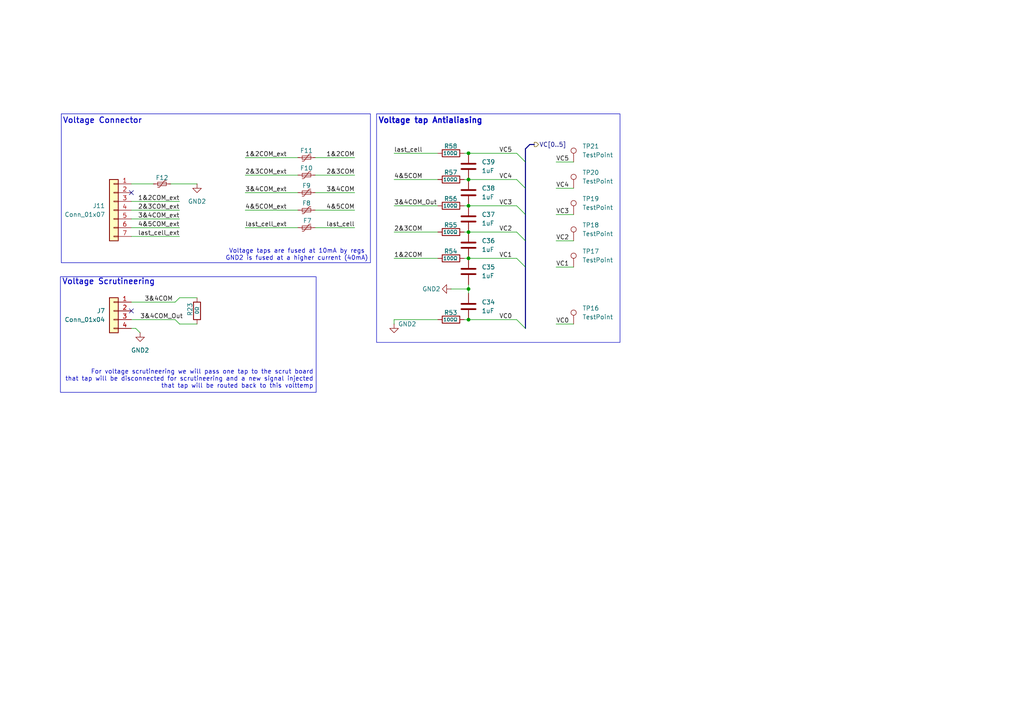
<source format=kicad_sch>
(kicad_sch (version 20250114) (generator "eeschema") (generator_version "9.0")
  (paper "A4")
  (lib_symbols
    (symbol "Connector:TestPoint" (pin_numbers (hide yes)) (pin_names (offset 0.762) (hide yes))
      (property "Reference" "TP" (at 0 6.858 0))
      (property "Value" "TestPoint" (at 0 5.08 0))
      (symbol "TestPoint_0_1"
        (circle (center 0 3.302) (radius 0.762))
      )
      (symbol "TestPoint_1_1"
        (pin passive line (at 0 0 90) (length 2.54) (name "1") (number "1"))
      )
    )
    (symbol "Connector_Generic:Conn_01x04" (pin_names (offset 1.016) (hide yes))
      (property "Reference" "J" (at 0 5.08 0))
      (property "Value" "Conn_01x04" (at 0 -7.62 0))
      (symbol "Conn_01x04_1_1"
        (rectangle (start -1.27 3.81) (end 1.27 -6.35) (stroke (width 0.254)) (fill (type background)))
        (rectangle (start -1.27 2.667) (end 0 2.413) (stroke (width 0.1524)))
        (rectangle (start -1.27 0.127) (end 0 -0.127) (stroke (width 0.1524)))
        (rectangle (start -1.27 -2.413) (end 0 -2.667) (stroke (width 0.1524)))
        (rectangle (start -1.27 -4.953) (end 0 -5.207) (stroke (width 0.1524)))
        (pin passive line (at -5.08 2.54 0) (length 3.81) (name "Pin_1") (number "1"))
        (pin passive line (at -5.08 0 0) (length 3.81) (name "Pin_2") (number "2"))
        (pin passive line (at -5.08 -2.54 0) (length 3.81) (name "Pin_3") (number "3"))
        (pin passive line (at -5.08 -5.08 0) (length 3.81) (name "Pin_4") (number "4"))
      )
    )
    (symbol "Connector_Generic:Conn_01x07" (pin_names (offset 1.016) (hide yes))
      (property "Reference" "J" (at 0 10.16 0))
      (property "Value" "Conn_01x07" (at 0 -10.16 0))
      (symbol "Conn_01x07_1_1"
        (rectangle (start -1.27 8.89) (end 1.27 -8.89) (stroke (width 0.254)) (fill (type background)))
        (rectangle (start -1.27 7.747) (end 0 7.493) (stroke (width 0.1524)))
        (rectangle (start -1.27 5.207) (end 0 4.953) (stroke (width 0.1524)))
        (rectangle (start -1.27 2.667) (end 0 2.413) (stroke (width 0.1524)))
        (rectangle (start -1.27 0.127) (end 0 -0.127) (stroke (width 0.1524)))
        (rectangle (start -1.27 -2.413) (end 0 -2.667) (stroke (width 0.1524)))
        (rectangle (start -1.27 -4.953) (end 0 -5.207) (stroke (width 0.1524)))
        (rectangle (start -1.27 -7.493) (end 0 -7.747) (stroke (width 0.1524)))
        (pin passive line (at -5.08 7.62 0) (length 3.81) (name "Pin_1") (number "1"))
        (pin passive line (at -5.08 5.08 0) (length 3.81) (name "Pin_2") (number "2"))
        (pin passive line (at -5.08 2.54 0) (length 3.81) (name "Pin_3") (number "3"))
        (pin passive line (at -5.08 0 0) (length 3.81) (name "Pin_4") (number "4"))
        (pin passive line (at -5.08 -2.54 0) (length 3.81) (name "Pin_5") (number "5"))
        (pin passive line (at -5.08 -5.08 0) (length 3.81) (name "Pin_6") (number "6"))
        (pin passive line (at -5.08 -7.62 0) (length 3.81) (name "Pin_7") (number "7"))
      )
    )
    (symbol "Device:C" (pin_numbers (hide yes)) (pin_names (offset 0.254))
      (property "Reference" "C" (at 0.635 2.54 0))
      (property "Value" "C" (at 0.635 -2.54 0))
      (symbol "C_0_1"
        (polyline (pts (xy -2.032 0.762) (xy 2.032 0.762)) (stroke (width 0.508)))
        (polyline (pts (xy -2.032 -0.762) (xy 2.032 -0.762)) (stroke (width 0.508)))
      )
      (symbol "C_1_1"
        (pin passive line (at 0 3.81 270) (length 2.794) (name "~") (number "1"))
        (pin passive line (at 0 -3.81 90) (length 2.794) (name "~") (number "2"))
      )
    )
    (symbol "Device:Polyfuse_Small" (pin_numbers (hide yes)) (pin_names (offset 0))
      (property "Reference" "F" (at -1.905 0 90))
      (property "Value" "Polyfuse_Small" (at 1.905 0 90))
      (symbol "Polyfuse_Small_0_1"
        (polyline (pts (xy -1.016 1.27) (xy -1.016 0.762) (xy 1.016 -0.762) (xy 1.016 -1.27)))
        (rectangle (start -0.508 1.27) (end 0.508 -1.27))
        (polyline (pts (xy 0 2.54) (xy 0 -2.54)))
      )
      (symbol "Polyfuse_Small_1_1"
        (pin passive line (at 0 2.54 270) (length 0.635) (name "~") (number "1"))
        (pin passive line (at 0 -2.54 90) (length 0.635) (name "~") (number "2"))
      )
    )
    (symbol "Device:R" (pin_numbers (hide yes)) (pin_names (offset 0))
      (property "Reference" "R" (at 2.032 0 90))
      (property "Value" "R" (at 0 0 90))
      (symbol "R_0_1"
        (rectangle (start -1.016 -2.54) (end 1.016 2.54) (stroke (width 0.254)))
      )
      (symbol "R_1_1"
        (pin passive line (at 0 3.81 270) (length 1.27) (name "~") (number "1"))
        (pin passive line (at 0 -3.81 90) (length 1.27) (name "~") (number "2"))
      )
    )
    (symbol "power:GND2" (power) (pin_numbers (hide yes)) (pin_names (offset 0) (hide yes))
      (property "Value" "GND2" (at 0 -3.81 0))
      (symbol "GND2_0_1"
        (polyline (pts (xy 0 0) (xy 0 -1.27) (xy 1.27 -1.27) (xy 0 -2.54) (xy -1.27 -1.27) (xy 0 -1.27)))
      )
      (symbol "GND2_1_1"
        (pin power_in line (at 0 0 270) (length 0) (name "~") (number "1"))
      )
    )
  )
  (rectangle (start 17.526 80.264) (end 91.694 113.792))
  (rectangle (start 17.78 33.02) (end 107.442 76.2))
  (rectangle (start 109.22 33.02) (end 179.832 99.314))
  (text "Voltage Connector" (at 29.718 35.052 0) (effects (font (size 1.651 1.651) (thickness 0.254) (bold yes))))
  (text "Voltage tap Antialiasing " (at 125.476 35.052 0) (effects (font (size 1.651 1.651) (thickness 0.3302) (bold yes))))
  (text "For voltage scrutineering we will pass one tap to the scrut board\nthat tap will be disconnected for scrutineering and a new signal injected\nthat tap will be routed back to this volttemp" (at 90.932 109.982 0) (effects (font (size 1.27 1.27)) (justify right)))
  (text "Voltage taps are fused at 10mA by regs\nGND2 is fused at a higher current (40mA)" (at 86.106 73.914 0) (effects (font (size 1.27 1.27))))
  (text "Voltage Scrutineering" (at 31.496 81.788 0) (effects (font (size 1.651 1.651) (thickness 0.254) (bold yes))))
  (junction (at 135.89 67.31))
  (junction (at 135.89 83.82))
  (junction (at 135.89 44.45))
  (junction (at 135.89 74.93))
  (junction (at 135.89 59.69))
  (junction (at 135.89 92.71))
  (junction (at 135.89 52.07))
  (no_connect (at 38.1 55.88))
  (no_connect (at 38.1 90.17))
  (bus_entry (at 149.86 92.71) (size 2.54 2.54))
  (bus_entry (at 149.86 67.31) (size 2.54 2.54))
  (bus_entry (at 149.86 44.45) (size 2.54 2.54))
  (bus_entry (at 149.86 74.93) (size 2.54 2.54))
  (bus_entry (at 149.86 59.69) (size 2.54 2.54))
  (bus_entry (at 149.86 52.07) (size 2.54 2.54))
  (wire (pts (xy 135.89 52.07) (xy 149.86 52.07)))
  (wire (pts (xy 38.1 53.34) (xy 44.45 53.34)))
  (bus (pts (xy 152.4 46.99) (xy 152.4 54.61)))
  (wire (pts (xy 38.1 92.71) (xy 50.8 92.71)))
  (wire (pts (xy 91.44 55.88) (xy 102.87 55.88)))
  (wire (pts (xy 135.89 92.71) (xy 149.86 92.71)))
  (wire (pts (xy 57.15 86.36) (xy 52.07 86.36)))
  (wire (pts (xy 135.89 44.45) (xy 149.86 44.45)))
  (wire (pts (xy 161.29 77.47) (xy 166.37 77.47)))
  (bus (pts (xy 152.4 77.47) (xy 152.4 69.85)))
  (wire (pts (xy 91.44 60.96) (xy 102.87 60.96)))
  (wire (pts (xy 52.07 86.36) (xy 50.8 87.63)))
  (wire (pts (xy 161.29 69.85) (xy 166.37 69.85)))
  (wire (pts (xy 135.89 59.69) (xy 149.86 59.69)))
  (wire (pts (xy 91.44 50.8) (xy 102.87 50.8)))
  (wire (pts (xy 114.3 52.07) (xy 127 52.07)))
  (wire (pts (xy 135.89 82.55) (xy 135.89 83.82)))
  (bus (pts (xy 152.4 95.25) (xy 152.4 77.47)))
  (wire (pts (xy 38.1 63.5) (xy 52.07 63.5)))
  (wire (pts (xy 38.1 60.96) (xy 52.07 60.96)))
  (wire (pts (xy 71.12 45.72) (xy 86.36 45.72)))
  (wire (pts (xy 71.12 50.8) (xy 86.36 50.8)))
  (wire (pts (xy 57.15 53.34) (xy 49.53 53.34)))
  (wire (pts (xy 38.1 87.63) (xy 50.8 87.63)))
  (bus (pts (xy 153.67 41.91) (xy 152.4 43.18)))
  (wire (pts (xy 135.89 74.93) (xy 149.86 74.93)))
  (wire (pts (xy 91.44 45.72) (xy 102.87 45.72)))
  (wire (pts (xy 52.07 93.98) (xy 50.8 92.71)))
  (bus (pts (xy 154.94 41.91) (xy 153.67 41.91)))
  (wire (pts (xy 38.1 95.25) (xy 39.37 95.25)))
  (wire (pts (xy 114.3 44.45) (xy 127 44.45)))
  (wire (pts (xy 134.62 74.93) (xy 135.89 74.93)))
  (wire (pts (xy 57.15 93.98) (xy 52.07 93.98)))
  (wire (pts (xy 114.3 92.71) (xy 127 92.71)))
  (wire (pts (xy 71.12 60.96) (xy 86.36 60.96)))
  (wire (pts (xy 71.12 66.04) (xy 86.36 66.04)))
  (wire (pts (xy 38.1 58.42) (xy 52.07 58.42)))
  (wire (pts (xy 161.29 54.61) (xy 166.37 54.61)))
  (wire (pts (xy 38.1 68.58) (xy 52.07 68.58)))
  (wire (pts (xy 134.62 44.45) (xy 135.89 44.45)))
  (wire (pts (xy 91.44 66.04) (xy 102.87 66.04)))
  (wire (pts (xy 161.29 46.99) (xy 166.37 46.99)))
  (wire (pts (xy 130.81 83.82) (xy 135.89 83.82)))
  (wire (pts (xy 161.29 62.23) (xy 166.37 62.23)))
  (wire (pts (xy 134.62 67.31) (xy 135.89 67.31)))
  (bus (pts (xy 152.4 43.18) (xy 152.4 46.99)))
  (wire (pts (xy 114.3 92.71) (xy 114.3 93.98)))
  (wire (pts (xy 38.1 66.04) (xy 52.07 66.04)))
  (wire (pts (xy 114.3 59.69) (xy 127 59.69)))
  (wire (pts (xy 135.89 83.82) (xy 135.89 85.09)))
  (wire (pts (xy 40.64 96.52) (xy 39.37 95.25)))
  (bus (pts (xy 152.4 62.23) (xy 152.4 54.61)))
  (wire (pts (xy 114.3 67.31) (xy 127 67.31)))
  (wire (pts (xy 134.62 92.71) (xy 135.89 92.71)))
  (wire (pts (xy 134.62 52.07) (xy 135.89 52.07)))
  (wire (pts (xy 134.62 59.69) (xy 135.89 59.69)))
  (bus (pts (xy 152.4 69.85) (xy 152.4 62.23)))
  (wire (pts (xy 161.29 93.98) (xy 166.37 93.98)))
  (wire (pts (xy 114.3 74.93) (xy 127 74.93)))
  (wire (pts (xy 71.12 55.88) (xy 86.36 55.88)))
  (wire (pts (xy 135.89 67.31) (xy 149.86 67.31)))
  (label "4&5COM_ext" (at 52.07 66.04 180))
  (label "1&2COM" (at 114.3 74.93 0))
  (label "last_cell_ext" (at 71.12 66.04 0))
  (label "3&4COM_ext" (at 52.07 63.5 180))
  (label "last_cell" (at 102.87 66.04 180))
  (label "VC5" (at 161.29 46.99 0))
  (label "VC4" (at 144.78 52.07 0))
  (label "VC0" (at 144.78 92.71 0))
  (label "2&3COM_ext" (at 71.12 50.8 0))
  (label "4&5COM" (at 114.3 52.07 0))
  (label "VC1" (at 144.78 74.93 0))
  (label "2&3COM_ext" (at 52.07 60.96 180))
  (label "3&4COM_Out" (at 114.3 59.69 0))
  (label "VC4" (at 161.29 54.61 0))
  (label "4&5COM_ext" (at 71.12 60.96 0))
  (label "VC0" (at 161.29 93.98 0))
  (label "VC5" (at 144.78 44.45 0))
  (label "2&3COM" (at 114.3 67.31 0))
  (label "VC2" (at 161.29 69.85 0))
  (label "last_cell_ext" (at 52.07 68.58 180))
  (label "3&4COM_Out" (at 40.64 92.71 0))
  (label "3&4COM_ext" (at 71.12 55.88 0))
  (label "VC3" (at 161.29 62.23 0))
  (label "1&2COM_ext" (at 71.12 45.72 0))
  (label "last_cell" (at 114.3 44.45 0))
  (label "VC2" (at 144.78 67.31 0))
  (label "2&3COM" (at 102.87 50.8 180))
  (label "1&2COM" (at 102.87 45.72 180))
  (label "3&4COM" (at 41.91 87.63 0))
  (label "3&4COM" (at 102.87 55.88 180))
  (label "VC1" (at 161.29 77.47 0))
  (label "1&2COM_ext" (at 52.07 58.42 180))
  (label "VC3" (at 144.78 59.69 0))
  (label "4&5COM" (at 102.87 60.96 180))
  (hierarchical_label "VC[0..5]" (shape output) (at 154.94 41.91 0))
  (symbol (lib_id "Device:C") (at 135.89 55.88 0) (unit 1)
    (property "Reference" "C38" (at 139.7 54.6099 0) (effects (justify left)))
    (property "Value" "1uF" (at 139.7 57.1499 0) (effects (justify left)))
    (property "Footprint" "Capacitor_SMD:C_0603_1608Metric_Pad1.08x0.95mm_HandSolder" (effects (hide yes)))
    (property "Description" "Unpolarized capacitor" (effects (hide yes)))
    (property "P/N" "MLASU168SB5105KTNA01" (effects (hide yes)))
  )
  (symbol (lib_id "power:GND2") (at 130.81 83.82 270) (unit 1)
    (property "Reference" "#PWR074" (effects (hide yes)))
    (property "Value" "GND2" (at 127.762 83.82 90) (effects (justify right)))
    (property "Description" "Power symbol creates a global label with name \"GND2\" , ground" (effects (hide yes)))
  )
  (symbol (lib_id "Connector:TestPoint") (at 166.37 54.61 0) (unit 1)
    (property "Reference" "TP20" (at 168.91 50.0379 0) (effects (justify left)))
    (property "Value" "TestPoint" (at 168.91 52.5779 0) (effects (justify left)))
    (property "Footprint" "TestPoint:TestPoint_Pad_1.5x1.5mm" (effects (hide yes)))
    (property "Description" "test point" (effects (hide yes)))
  )
  (symbol (lib_id "Device:C") (at 135.89 48.26 0) (unit 1)
    (property "Reference" "C39" (at 139.7 46.9899 0) (effects (justify left)))
    (property "Value" "1uF" (at 139.7 49.5299 0) (effects (justify left)))
    (property "Footprint" "Capacitor_SMD:C_0603_1608Metric_Pad1.08x0.95mm_HandSolder" (effects (hide yes)))
    (property "Description" "Unpolarized capacitor" (effects (hide yes)))
    (property "P/N" "MLASU168SB5105KTNA01" (effects (hide yes)))
  )
  (symbol (lib_id "Device:C") (at 135.89 63.5 0) (unit 1)
    (property "Reference" "C37" (at 139.7 62.2299 0) (effects (justify left)))
    (property "Value" "1uF" (at 139.7 64.7699 0) (effects (justify left)))
    (property "Footprint" "Capacitor_SMD:C_0603_1608Metric_Pad1.08x0.95mm_HandSolder" (effects (hide yes)))
    (property "Description" "Unpolarized capacitor" (effects (hide yes)))
    (property "P/N" "MLASU168SB5105KTNA01" (effects (hide yes)))
  )
  (symbol (lib_id "power:GND2") (at 57.15 53.34 0) (unit 1)
    (property "Reference" "#PWR08" (effects (hide yes)))
    (property "Value" "GND2" (at 57.15 58.42 0))
    (property "Description" "Power symbol creates a global label with name \"GND2\" , ground" (effects (hide yes)))
  )
  (symbol (lib_id "Connector:TestPoint") (at 166.37 62.23 0) (unit 1)
    (property "Reference" "TP19" (at 168.91 57.6579 0) (effects (justify left)))
    (property "Value" "TestPoint" (at 168.91 60.1979 0) (effects (justify left)))
    (property "Footprint" "TestPoint:TestPoint_Pad_1.5x1.5mm" (effects (hide yes)))
    (property "Description" "test point" (effects (hide yes)))
  )
  (symbol (lib_id "Device:R") (at 130.81 44.45 270) (unit 1)
    (property "Reference" "R58" (at 128.778 42.418 90) (effects (justify left)))
    (property "Value" "100Ω" (at 128.524 44.45 90) (effects (font (size 1.016 1.016)) (justify left)))
    (property "Footprint" "Resistor_SMD:R_0603_1608Metric_Pad0.98x0.95mm_HandSolder" (effects (hide yes)))
    (property "Description" "Resistor" (effects (hide yes)))
    (property "P/N" "ESR03EZPF1000 " (effects (hide yes)))
  )
  (symbol (lib_id "Device:Polyfuse_Small") (at 88.9 60.96 90) (unit 1)
    (property "Reference" "F8" (at 88.9 58.928 90))
    (property "Value" "10mA" (effects (hide yes)))
    (property "Footprint" "VoltTemp:ptc_fuse_FUSC1607X75N" (effects (hide yes)))
    (property "Description" "Resettable fuse, polymeric positive temperature coefficient, small symbol" (effects (hide yes)))
    (property "P/N" "FUSC1607X75N" (effects (hide yes)))
  )
  (symbol (lib_id "Connector:TestPoint") (at 166.37 69.85 0) (unit 1)
    (property "Reference" "TP18" (at 168.91 65.2779 0) (effects (justify left)))
    (property "Value" "TestPoint" (at 168.91 67.8179 0) (effects (justify left)))
    (property "Footprint" "TestPoint:TestPoint_Pad_1.5x1.5mm" (effects (hide yes)))
    (property "Description" "test point" (effects (hide yes)))
  )
  (symbol (lib_id "Connector:TestPoint") (at 166.37 93.98 0) (unit 1)
    (property "Reference" "TP16" (at 168.91 89.4079 0) (effects (justify left)))
    (property "Value" "TestPoint" (at 168.91 91.9479 0) (effects (justify left)))
    (property "Footprint" "TestPoint:TestPoint_Pad_1.5x1.5mm" (effects (hide yes)))
    (property "Description" "test point" (effects (hide yes)))
  )
  (symbol (lib_id "Connector_Generic:Conn_01x07") (at 33.02 60.96 0) (mirror y) (unit 1)
    (property "Reference" "J11" (at 30.48 59.6899 0) (effects (justify left)))
    (property "Value" "Conn_01x07" (at 30.48 62.2299 0) (effects (justify left)))
    (property "Footprint" "VoltTemp:1053131107" (effects (hide yes)))
    (property "Description" "Generic connector, single row, 01x07, script generated (kicad-library-utils/schlib/autogen/connector/)" (effects (hide yes)))
  )
  (symbol (lib_id "Connector_Generic:Conn_01x04") (at 33.02 90.17 0) (mirror y) (unit 1)
    (property "Reference" "J7" (at 30.48 90.1699 0) (effects (justify left)))
    (property "Value" "Conn_01x04" (at 30.48 92.7099 0) (effects (justify left)))
    (property "Footprint" "VoltTemp:1053132104" (effects (hide yes)))
    (property "Description" "Generic connector, single row, 01x04, script generated (kicad-library-utils/schlib/autogen/connector/)" (effects (hide yes)))
    (property "P/N" "1053132104" (effects (hide yes)))
  )
  (symbol (lib_id "Device:Polyfuse_Small") (at 88.9 45.72 90) (unit 1)
    (property "Reference" "F11" (at 88.9 43.688 90))
    (property "Value" "10mA" (effects (hide yes)))
    (property "Footprint" "VoltTemp:ptc_fuse_FUSC1607X75N" (effects (hide yes)))
    (property "Description" "Resettable fuse, polymeric positive temperature coefficient, small symbol" (effects (hide yes)))
    (property "P/N" "FUSC1607X75N" (effects (hide yes)))
  )
  (symbol (lib_id "Device:C") (at 135.89 88.9 0) (unit 1)
    (property "Reference" "C34" (at 139.7 87.6299 0) (effects (justify left)))
    (property "Value" "1uF" (at 139.7 90.1699 0) (effects (justify left)))
    (property "Footprint" "Capacitor_SMD:C_0603_1608Metric_Pad1.08x0.95mm_HandSolder" (effects (hide yes)))
    (property "Description" "Unpolarized capacitor" (effects (hide yes)))
    (property "P/N" "MLASU168SB5105KTNA01" (effects (hide yes)))
  )
  (symbol (lib_id "Device:C") (at 135.89 78.74 0) (unit 1)
    (property "Reference" "C35" (at 139.7 77.4699 0) (effects (justify left)))
    (property "Value" "1uF" (at 139.7 80.0099 0) (effects (justify left)))
    (property "Footprint" "Capacitor_SMD:C_0603_1608Metric_Pad1.08x0.95mm_HandSolder" (effects (hide yes)))
    (property "Description" "Unpolarized capacitor" (effects (hide yes)))
    (property "P/N" "MLASU168SB5105KTNA01" (effects (hide yes)))
  )
  (symbol (lib_id "power:GND2") (at 114.3 93.98 0) (unit 1)
    (property "Reference" "#PWR075" (effects (hide yes)))
    (property "Value" "GND2" (at 118.11 93.98 0))
    (property "Description" "Power symbol creates a global label with name \"GND2\" , ground" (effects (hide yes)))
  )
  (symbol (lib_id "Device:Polyfuse_Small") (at 88.9 50.8 90) (unit 1)
    (property "Reference" "F10" (at 88.9 48.768 90))
    (property "Value" "10mA" (effects (hide yes)))
    (property "Footprint" "VoltTemp:ptc_fuse_FUSC1607X75N" (effects (hide yes)))
    (property "Description" "Resettable fuse, polymeric positive temperature coefficient, small symbol" (effects (hide yes)))
    (property "P/N" "FUSC1607X75N" (effects (hide yes)))
  )
  (symbol (lib_id "Device:Polyfuse_Small") (at 88.9 66.04 90) (unit 1)
    (property "Reference" "F7" (at 89.154 64.008 90))
    (property "Value" "10mA" (effects (hide yes)))
    (property "Footprint" "VoltTemp:ptc_fuse_FUSC1607X75N" (effects (hide yes)))
    (property "Description" "Resettable fuse, polymeric positive temperature coefficient, small symbol" (effects (hide yes)))
    (property "P/N" "FUSC1607X75N" (effects (hide yes)))
  )
  (symbol (lib_id "Connector:TestPoint") (at 166.37 77.47 0) (unit 1)
    (property "Reference" "TP17" (at 168.91 72.8979 0) (effects (justify left)))
    (property "Value" "TestPoint" (at 168.91 75.4379 0) (effects (justify left)))
    (property "Footprint" "TestPoint:TestPoint_Pad_1.5x1.5mm" (effects (hide yes)))
    (property "Description" "test point" (effects (hide yes)))
  )
  (symbol (lib_id "Device:R") (at 130.81 67.31 270) (unit 1)
    (property "Reference" "R55" (at 128.778 65.278 90) (effects (justify left)))
    (property "Value" "100Ω" (at 128.524 67.31 90) (effects (font (size 1.016 1.016)) (justify left)))
    (property "Footprint" "Resistor_SMD:R_0603_1608Metric_Pad0.98x0.95mm_HandSolder" (effects (hide yes)))
    (property "Description" "Resistor" (effects (hide yes)))
    (property "P/N" "ESR03EZPF1000 " (effects (hide yes)))
  )
  (symbol (lib_id "Connector:TestPoint") (at 166.37 46.99 0) (unit 1)
    (property "Reference" "TP21" (at 168.91 42.4179 0) (effects (justify left)))
    (property "Value" "TestPoint" (at 168.91 44.9579 0) (effects (justify left)))
    (property "Footprint" "TestPoint:TestPoint_Pad_1.5x1.5mm" (effects (hide yes)))
    (property "Description" "test point" (effects (hide yes)))
  )
  (symbol (lib_id "power:GND2") (at 40.64 96.52 0) (unit 1)
    (property "Reference" "#PWR022" (effects (hide yes)))
    (property "Value" "GND2" (at 40.64 101.6 0))
    (property "Description" "Power symbol creates a global label with name \"GND2\" , ground" (effects (hide yes)))
  )
  (symbol (lib_id "Device:R") (at 130.81 59.69 270) (unit 1)
    (property "Reference" "R56" (at 128.778 57.658 90) (effects (justify left)))
    (property "Value" "100Ω" (at 128.524 59.69 90) (effects (font (size 1.016 1.016)) (justify left)))
    (property "Footprint" "Resistor_SMD:R_0603_1608Metric_Pad0.98x0.95mm_HandSolder" (effects (hide yes)))
    (property "Description" "Resistor" (effects (hide yes)))
    (property "P/N" "ESR03EZPF1000 " (effects (hide yes)))
  )
  (symbol (lib_id "Device:Polyfuse_Small") (at 46.99 53.34 90) (unit 1)
    (property "Reference" "F12" (at 46.99 51.562 90))
    (property "Value" "40mA" (effects (hide yes)))
    (property "Footprint" "VoltTemp:ptc_fuse_FUSC1607X75N" (effects (hide yes)))
    (property "Description" "Resettable fuse, polymeric positive temperature coefficient, small symbol" (effects (hide yes)))
    (property "P/N" "FUSC1607X75N" (effects (hide yes)))
  )
  (symbol (lib_id "Device:R") (at 130.81 52.07 270) (unit 1)
    (property "Reference" "R57" (at 128.778 50.038 90) (effects (justify left)))
    (property "Value" "100Ω" (at 128.524 52.07 90) (effects (font (size 1.016 1.016)) (justify left)))
    (property "Footprint" "Resistor_SMD:R_0603_1608Metric_Pad0.98x0.95mm_HandSolder" (effects (hide yes)))
    (property "Description" "Resistor" (effects (hide yes)))
    (property "P/N" "ESR03EZPF1000 " (effects (hide yes)))
  )
  (symbol (lib_id "Device:R") (at 130.81 74.93 270) (unit 1)
    (property "Reference" "R54" (at 128.778 72.898 90) (effects (justify left)))
    (property "Value" "100Ω" (at 128.524 74.93 90) (effects (font (size 1.016 1.016)) (justify left)))
    (property "Footprint" "Resistor_SMD:R_0603_1608Metric_Pad0.98x0.95mm_HandSolder" (effects (hide yes)))
    (property "Description" "Resistor" (effects (hide yes)))
    (property "P/N" "ESR03EZPF1000 " (effects (hide yes)))
  )
  (symbol (lib_id "Device:C") (at 135.89 71.12 0) (unit 1)
    (property "Reference" "C36" (at 139.7 69.8499 0) (effects (justify left)))
    (property "Value" "1uF" (at 139.7 72.3899 0) (effects (justify left)))
    (property "Footprint" "Capacitor_SMD:C_0603_1608Metric_Pad1.08x0.95mm_HandSolder" (effects (hide yes)))
    (property "Description" "Unpolarized capacitor" (effects (hide yes)))
    (property "P/N" "MLASU168SB5105KTNA01" (effects (hide yes)))
  )
  (symbol (lib_id "Device:R") (at 130.81 92.71 270) (unit 1)
    (property "Reference" "R53" (at 128.778 90.678 90) (effects (justify left)))
    (property "Value" "100Ω" (at 128.524 92.71 90) (effects (font (size 1.016 1.016)) (justify left)))
    (property "Footprint" "Resistor_SMD:R_0603_1608Metric_Pad0.98x0.95mm_HandSolder" (effects (hide yes)))
    (property "Description" "Resistor" (effects (hide yes)))
    (property "P/N" "ESR03EZPF1000 " (effects (hide yes)))
  )
  (symbol (lib_id "Device:R") (at 57.15 90.17 0) (unit 1)
    (property "Reference" "R23" (at 55.118 91.694 90) (effects (justify left)))
    (property "Value" "0Ω" (at 57.15 91.186 90) (effects (font (size 1.016 1.016)) (justify left)))
    (property "Footprint" "Resistor_SMD:R_0603_1608Metric_Pad0.98x0.95mm_HandSolder" (effects (hide yes)))
    (property "Description" "Resistor" (effects (hide yes)))
  )
  (symbol (lib_id "Device:Polyfuse_Small") (at 88.9 55.88 90) (unit 1)
    (property "Reference" "F9" (at 88.9 53.848 90))
    (property "Value" "10mA" (effects (hide yes)))
    (property "Footprint" "VoltTemp:ptc_fuse_FUSC1607X75N" (effects (hide yes)))
    (property "Description" "Resettable fuse, polymeric positive temperature coefficient, small symbol" (effects (hide yes)))
    (property "P/N" "FUSC1607X75N" (effects (hide yes)))
  )
)
</source>
